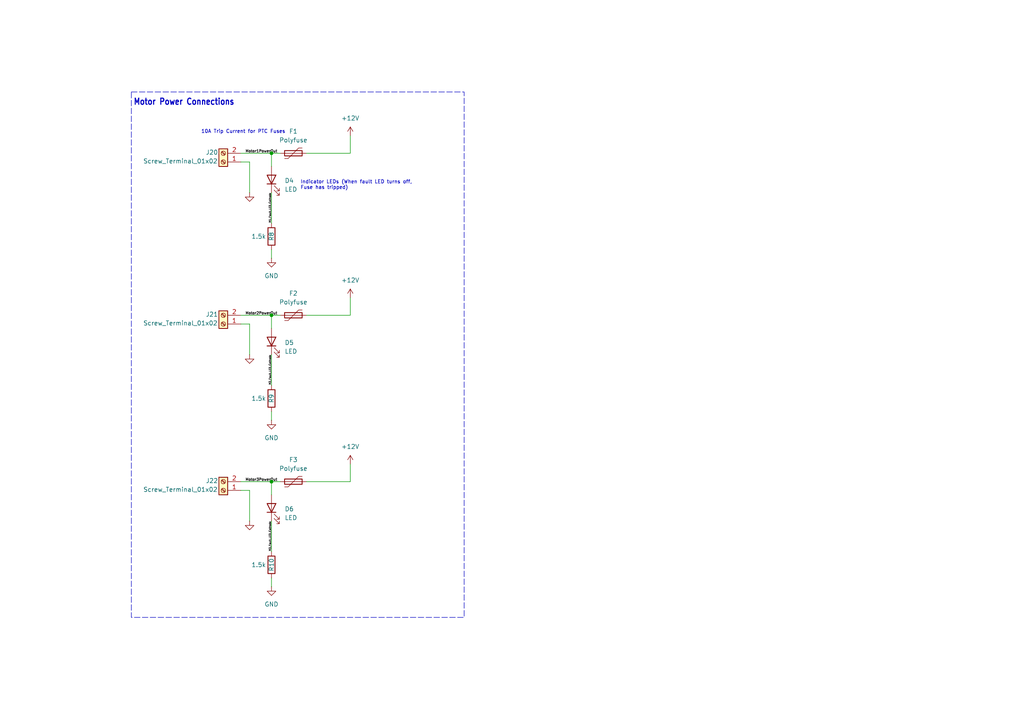
<source format=kicad_sch>
(kicad_sch (version 20231120) (generator "eeschema") (generator_version "8.0")
  (paper "A4")
  (title_block (title "ECE445_MainBoard") (date "2024-04-05") (rev "2") (company "University of Illinois Urbana-Champaign") (comment 1 "ECE 445: Senior Design Lab") (comment 2 "Rutvik Sayankar"))
  (lib_symbols
    (symbol "Connector:Screw_Terminal_01x02" (pin_names (offset 1.016) hide)
      (property "Reference" "J" (at 0 2.54 0))
      (property "Value" "Screw_Terminal_01x02" (at 0 -5.08 0))
      (symbol "Screw_Terminal_01x02_1_1"
        (rectangle (start -1.27 1.27) (end 1.27 -3.81) (stroke (width 0.254)) (fill (type background)))
        (circle (center 0 -2.54) (radius 0.635) (stroke (width 0.1524)))
        (polyline (pts (xy -0.5334 -2.2098) (xy 0.3302 -3.048)) (stroke (width 0.1524)))
        (polyline (pts (xy -0.5334 0.3302) (xy 0.3302 -0.508)) (stroke (width 0.1524)))
        (polyline (pts (xy -0.3556 -2.032) (xy 0.508 -2.8702)) (stroke (width 0.1524)))
        (polyline (pts (xy -0.3556 0.508) (xy 0.508 -0.3302)) (stroke (width 0.1524)))
        (circle (center 0 0) (radius 0.635) (stroke (width 0.1524)))
        (pin passive line (at -5.08 0 0) (length 3.81) (name "Pin_1") (number "1"))
        (pin passive line (at -5.08 -2.54 0) (length 3.81) (name "Pin_2") (number "2"))
      )
    )
    (symbol "Device:LED" (pin_numbers hide) (pin_names (offset 1.016) hide)
      (property "Reference" "D" (at 0 2.54 0))
      (property "Value" "LED" (at 0 -2.54 0))
      (symbol "LED_0_1"
        (polyline (pts (xy -1.27 -1.27) (xy -1.27 1.27)) (stroke (width 0.254)))
        (polyline (pts (xy -1.27 0) (xy 1.27 0)))
        (polyline (pts (xy 1.27 -1.27) (xy 1.27 1.27) (xy -1.27 0) (xy 1.27 -1.27)) (stroke (width 0.254)))
        (polyline (pts (xy -3.048 -0.762) (xy -4.572 -2.286) (xy -3.81 -2.286) (xy -4.572 -2.286) (xy -4.572 -1.524)))
        (polyline (pts (xy -1.778 -0.762) (xy -3.302 -2.286) (xy -2.54 -2.286) (xy -3.302 -2.286) (xy -3.302 -1.524)))
      )
      (symbol "LED_1_1"
        (pin passive line (at -3.81 0 0) (length 2.54) (name "K") (number "1"))
        (pin passive line (at 3.81 0 180) (length 2.54) (name "A") (number "2"))
      )
    )
    (symbol "Device:Polyfuse" (pin_numbers hide) (pin_names (offset 0))
      (property "Reference" "F" (at -2.54 0 90))
      (property "Value" "Polyfuse" (at 2.54 0 90))
      (symbol "Polyfuse_0_1"
        (rectangle (start -0.762 2.54) (end 0.762 -2.54) (stroke (width 0.254)))
        (polyline (pts (xy 0 2.54) (xy 0 -2.54)))
        (polyline (pts (xy -1.524 2.54) (xy -1.524 1.524) (xy 1.524 -1.524) (xy 1.524 -2.54)))
      )
      (symbol "Polyfuse_1_1"
        (pin passive line (at 0 3.81 270) (length 1.27) (name "~") (number "1"))
        (pin passive line (at 0 -3.81 90) (length 1.27) (name "~") (number "2"))
      )
    )
    (symbol "basic:R" (pin_numbers hide) (pin_names (offset 0))
      (property "Value" "R" (at 0 0 90))
      (symbol "R_0_1"
        (rectangle (start -1.016 -2.54) (end 1.016 2.54) (stroke (width 0.254)))
      )
      (symbol "R_1_1"
        (pin passive line (at 0 3.81 270) (length 1.27) (name "~") (number "1"))
        (pin passive line (at 0 -3.81 90) (length 1.27) (name "~") (number "2"))
      )
    )
    (symbol "power:+12V" (power) (pin_numbers hide) (pin_names (offset 0) hide)
      (property "Value" "+12V" (at 0 3.556 0))
      (symbol "+12V_0_1"
        (polyline (pts (xy -0.762 1.27) (xy 0 2.54)))
        (polyline (pts (xy 0 0) (xy 0 2.54)))
        (polyline (pts (xy 0 2.54) (xy 0.762 1.27)))
      )
      (symbol "+12V_1_1"
        (pin power_in line (at 0 0 90) (length 0) (name "~") (number "1"))
      )
    )
    (symbol "power:GND" (power) (pin_numbers hide) (pin_names (offset 0) hide)
      (property "Value" "GND" (at 0 -3.81 0))
      (symbol "GND_0_1"
        (polyline (pts (xy 0 0) (xy 0 -1.27) (xy 1.27 -1.27) (xy 0 -2.54) (xy -1.27 -1.27) (xy 0 -1.27)))
      )
      (symbol "GND_1_1"
        (pin power_in line (at 0 0 270) (length 0) (name "~") (number "1"))
      )
    )
  )
  (junction (at 78.74 91.44))
  (junction (at 78.74 44.45))
  (junction (at 78.74 139.7))
  (wire (pts (xy 78.74 72.39) (xy 78.74 74.93)))
  (wire (pts (xy 69.85 44.45) (xy 78.74 44.45)))
  (wire (pts (xy 78.74 91.44) (xy 78.74 95.25)))
  (wire (pts (xy 78.74 151.13) (xy 78.74 160.02)))
  (wire (pts (xy 101.6 134.62) (xy 101.6 139.7)))
  (wire (pts (xy 72.39 142.24) (xy 69.85 142.24)))
  (wire (pts (xy 101.6 39.37) (xy 101.6 44.45)))
  (wire (pts (xy 78.74 91.44) (xy 81.28 91.44)))
  (wire (pts (xy 78.74 44.45) (xy 78.74 48.26)))
  (wire (pts (xy 72.39 151.13) (xy 72.39 142.24)))
  (wire (pts (xy 69.85 91.44) (xy 78.74 91.44)))
  (wire (pts (xy 101.6 86.36) (xy 101.6 91.44)))
  (wire (pts (xy 72.39 55.88) (xy 72.39 46.99)))
  (wire (pts (xy 78.74 167.64) (xy 78.74 170.18)))
  (wire (pts (xy 72.39 93.98) (xy 69.85 93.98)))
  (wire (pts (xy 72.39 102.87) (xy 72.39 93.98)))
  (wire (pts (xy 78.74 119.38) (xy 78.74 121.92)))
  (wire (pts (xy 78.74 139.7) (xy 81.28 139.7)))
  (wire (pts (xy 88.9 44.45) (xy 101.6 44.45)))
  (wire (pts (xy 78.74 44.45) (xy 81.28 44.45)))
  (wire (pts (xy 78.74 55.88) (xy 78.74 64.77)))
  (wire (pts (xy 78.74 102.87) (xy 78.74 111.76)))
  (wire (pts (xy 78.74 139.7) (xy 78.74 143.51)))
  (wire (pts (xy 69.85 139.7) (xy 78.74 139.7)))
  (wire (pts (xy 88.9 139.7) (xy 101.6 139.7)))
  (wire (pts (xy 88.9 91.44) (xy 101.6 91.44)))
  (wire (pts (xy 72.39 46.99) (xy 69.85 46.99)))
  (rectangle (start 38.1 26.67) (end 134.62 179.07) (stroke (width 0) (type dash)))
  (text "Indicator LEDs (When fault LED turns off, \nFuse has tripped)" (at 87.122 55.118 0) (effects (font (size 1.016 1.016)) (justify left bottom)))
  (text "Motor Power Connections" (at 68.072 30.734 0) (effects (font (size 1.778 1.5113) (thickness 0.3023) (bold yes)) (justify right bottom)))
  (text "10A Trip Current for PTC Fuses" (at 82.804 38.862 0) (effects (font (size 1.016 1.016)) (justify right bottom)))
  (label "M2_Fault_LED_Cathode" (at 78.74 102.87 270) (effects (font (size 0.508 0.508))))
  (label "Motor1PowerOut" (at 71.12 44.45 0) (effects (font (size 0.762 0.762))))
  (label "Motor3PowerOut" (at 71.12 139.7 0) (effects (font (size 0.762 0.762))))
  (label "M3_Fault_LED_Cathode" (at 78.74 151.13 270) (effects (font (size 0.508 0.508))))
  (label "Motor2PowerOut" (at 71.12 91.44 0) (effects (font (size 0.762 0.762))))
  (label "M1_Fault_LED_Cathode" (at 78.74 55.88 270) (effects (font (size 0.508 0.508))))
  (symbol (lib_id "basic:R") (at 78.74 163.83 0) (unit 1)
    (property "Reference" "R10" (at 78.74 163.83 90))
    (property "Value" "1.5k" (at 72.898 163.83 0) (effects (justify left)))
    (property "Footprint" "Resistor_SMD:R_0603_1608Metric" (effects (hide yes)))
    (property "Datasheet" "https://www.digikey.com/en/products/detail/yageo/RC0603JR-071K5L/726689" (effects (hide yes)))
    (property "Description" "1.5 kOhms ±5% 0.1W, 1/10W Chip Resistor 0603 (1608 Metric) Moisture Resistant Thick Film" (effects (hide yes)))
  )
  (symbol (lib_id "Device:Polyfuse") (at 85.09 44.45 90) (unit 1)
    (property "Reference" "F1" (at 85.09 38.1 90))
    (property "Value" "Polyfuse" (at 85.09 40.64 90))
    (property "Footprint" "Fuse:Fuse_2920_7451Metric" (effects (hide yes)))
    (property "Datasheet" "https://www.digikey.com/en/products/detail/yageo/SMD2920B500TF-16/15212952" (effects (hide yes)))
    (property "Description" "  Polymeric PTC Resettable Fuse 16V 5 A Ih Surface Mount 2920 (7351 Metric), Concave" (effects (hide yes)))
  )
  (symbol (lib_id "Device:Polyfuse") (at 85.09 139.7 90) (unit 1)
    (property "Reference" "F3" (at 85.09 133.35 90))
    (property "Value" "Polyfuse" (at 85.09 135.89 90))
    (property "Footprint" "Fuse:Fuse_2920_7451Metric" (effects (hide yes)))
    (property "Datasheet" "https://www.digikey.com/en/products/detail/yageo/SMD2920B500TF-16/15212952" (effects (hide yes)))
    (property "Description" "  Polymeric PTC Resettable Fuse 16V 5 A Ih Surface Mount 2920 (7351 Metric), Concave" (effects (hide yes)))
  )
  (symbol (lib_id "Device:Polyfuse") (at 85.09 91.44 90) (unit 1)
    (property "Reference" "F2" (at 85.09 85.09 90))
    (property "Value" "Polyfuse" (at 85.09 87.63 90))
    (property "Footprint" "Fuse:Fuse_2920_7451Metric" (effects (hide yes)))
    (property "Datasheet" "https://www.digikey.com/en/products/detail/yageo/SMD2920B500TF-16/15212952" (effects (hide yes)))
    (property "Description" "  Polymeric PTC Resettable Fuse 16V 5 A Ih Surface Mount 2920 (7351 Metric), Concave" (effects (hide yes)))
  )
  (symbol (lib_id "basic:R") (at 78.74 68.58 0) (unit 1)
    (property "Reference" "R8" (at 78.74 68.58 90))
    (property "Value" "1.5k" (at 72.898 68.58 0) (effects (justify left)))
    (property "Footprint" "Resistor_SMD:R_0603_1608Metric" (effects (hide yes)))
    (property "Datasheet" "https://www.digikey.com/en/products/detail/yageo/RC0603JR-071K5L/726689" (effects (hide yes)))
    (property "Description" "1.5 kOhms ±5% 0.1W, 1/10W Chip Resistor 0603 (1608 Metric) Moisture Resistant Thick Film" (effects (hide yes)))
  )
  (symbol (lib_id "power:+12V") (at 101.6 86.36 0) (unit 1)
    (property "Reference" "#PWR044" (effects (hide yes)))
    (property "Value" "+12V" (at 101.6 81.28 0))
    (property "Description" "Power symbol creates a global label with name \"+12V\"" (effects (hide yes)))
  )
  (symbol (lib_id "Device:LED") (at 78.74 52.07 90) (unit 1)
    (property "Reference" "D4" (at 82.55 52.3874 90) (effects (justify right)))
    (property "Value" "LED" (at 82.55 54.9274 90) (effects (justify right)))
    (property "Footprint" "LED_SMD:LED_0603_1608Metric" (effects (hide yes)))
    (property "Datasheet" "https://www.digikey.com/en/products/detail/w%C3%BCrth-elektronik/150060GS75000/4489898" (effects (hide yes)))
    (property "Description" "Green 520nm LED Indication - Discrete 3.2V 0603 (1608 Metric)" (effects (hide yes)))
  )
  (symbol (lib_id "Device:LED") (at 78.74 99.06 90) (unit 1)
    (property "Reference" "D5" (at 82.55 99.3774 90) (effects (justify right)))
    (property "Value" "LED" (at 82.55 101.9174 90) (effects (justify right)))
    (property "Footprint" "LED_SMD:LED_0603_1608Metric" (effects (hide yes)))
    (property "Datasheet" "https://www.digikey.com/en/products/detail/w%C3%BCrth-elektronik/150060GS75000/4489898" (effects (hide yes)))
    (property "Description" "Green 520nm LED Indication - Discrete 3.2V 0603 (1608 Metric)" (effects (hide yes)))
  )
  (symbol (lib_id "power:GND") (at 78.74 74.93 0) (unit 1)
    (property "Reference" "#PWR043" (effects (hide yes)))
    (property "Value" "GND" (at 78.74 80.01 0))
    (property "Description" "Power symbol creates a global label with name \"GND\" , ground" (effects (hide yes)))
  )
  (symbol (lib_id "basic:R") (at 78.74 115.57 0) (unit 1)
    (property "Reference" "R9" (at 78.74 115.57 90))
    (property "Value" "1.5k" (at 72.898 115.57 0) (effects (justify left)))
    (property "Footprint" "Resistor_SMD:R_0603_1608Metric" (effects (hide yes)))
    (property "Datasheet" "https://www.digikey.com/en/products/detail/yageo/RC0603JR-071K5L/726689" (effects (hide yes)))
    (property "Description" "1.5 kOhms ±5% 0.1W, 1/10W Chip Resistor 0603 (1608 Metric) Moisture Resistant Thick Film" (effects (hide yes)))
  )
  (symbol (lib_id "Device:LED") (at 78.74 147.32 90) (unit 1)
    (property "Reference" "D6" (at 82.55 147.6374 90) (effects (justify right)))
    (property "Value" "LED" (at 82.55 150.1774 90) (effects (justify right)))
    (property "Footprint" "LED_SMD:LED_0603_1608Metric" (effects (hide yes)))
    (property "Datasheet" "https://www.digikey.com/en/products/detail/w%C3%BCrth-elektronik/150060GS75000/4489898" (effects (hide yes)))
    (property "Description" "Green 520nm LED Indication - Discrete 3.2V 0603 (1608 Metric)" (effects (hide yes)))
  )
  (symbol (lib_id "power:GND") (at 72.39 55.88 0) (unit 1)
    (property "Reference" "#PWR042" (effects (hide yes)))
    (property "Value" "GND" (effects (hide yes)))
  )
  (symbol (lib_id "Connector:Screw_Terminal_01x02") (at 64.77 142.24 180) (unit 1)
    (property "Reference" "J22" (at 61.468 139.446 0))
    (property "Value" "Screw_Terminal_01x02" (at 52.324 141.986 0))
    (property "Footprint" "CustomFootprints:PHOENIX_1017521" (effects (hide yes)))
    (property "Datasheet" "https://www.digikey.com/en/products/detail/phoenix-contact/1017521/9346615" (effects (hide yes)))
    (property "Description" "2 Position Wire to Board Terminal Block Horizontal with Board 0.250\" (6.35mm) Through Hole" (effects (hide yes)))
  )
  (symbol (lib_id "power:GND") (at 78.74 170.18 0) (unit 1)
    (property "Reference" "#PWR049" (effects (hide yes)))
    (property "Value" "GND" (at 78.74 175.26 0))
    (property "Description" "Power symbol creates a global label with name \"GND\" , ground" (effects (hide yes)))
  )
  (symbol (lib_id "Connector:Screw_Terminal_01x02") (at 64.77 46.99 180) (unit 1)
    (property "Reference" "J20" (at 61.468 44.196 0))
    (property "Value" "Screw_Terminal_01x02" (at 52.324 46.736 0))
    (property "Footprint" "CustomFootprints:PHOENIX_1017521" (effects (hide yes)))
    (property "Datasheet" "https://www.digikey.com/en/products/detail/phoenix-contact/1017521/9346615" (effects (hide yes)))
    (property "Description" "2 Position Wire to Board Terminal Block Horizontal with Board 0.250\" (6.35mm) Through Hole" (effects (hide yes)))
  )
  (symbol (lib_id "power:GND") (at 78.74 121.92 0) (unit 1)
    (property "Reference" "#PWR046" (effects (hide yes)))
    (property "Value" "GND" (at 78.74 127 0))
    (property "Description" "Power symbol creates a global label with name \"GND\" , ground" (effects (hide yes)))
  )
  (symbol (lib_id "Connector:Screw_Terminal_01x02") (at 64.77 93.98 180) (unit 1)
    (property "Reference" "J21" (at 61.468 91.186 0))
    (property "Value" "Screw_Terminal_01x02" (at 52.324 93.726 0))
    (property "Footprint" "CustomFootprints:PHOENIX_1017521" (effects (hide yes)))
    (property "Datasheet" "https://www.digikey.com/en/products/detail/phoenix-contact/1017521/9346615" (effects (hide yes)))
    (property "Description" "2 Position Wire to Board Terminal Block Horizontal with Board 0.250\" (6.35mm) Through Hole" (effects (hide yes)))
  )
  (symbol (lib_id "power:+12V") (at 101.6 134.62 0) (unit 1)
    (property "Reference" "#PWR047" (effects (hide yes)))
    (property "Value" "+12V" (at 101.6 129.54 0))
    (property "Description" "Power symbol creates a global label with name \"+12V\"" (effects (hide yes)))
  )
  (symbol (lib_id "power:GND") (at 72.39 102.87 0) (unit 1)
    (property "Reference" "#PWR045" (effects (hide yes)))
    (property "Value" "GND" (effects (hide yes)))
  )
  (symbol (lib_id "power:GND") (at 72.39 151.13 0) (unit 1)
    (property "Reference" "#PWR048" (effects (hide yes)))
    (property "Value" "GND" (effects (hide yes)))
  )
  (symbol (lib_id "power:+12V") (at 101.6 39.37 0) (unit 1)
    (property "Reference" "#PWR041" (effects (hide yes)))
    (property "Value" "+12V" (at 101.6 34.29 0))
    (property "Description" "Power symbol creates a global label with name \"+12V\"" (effects (hide yes)))
  )
)
</source>
